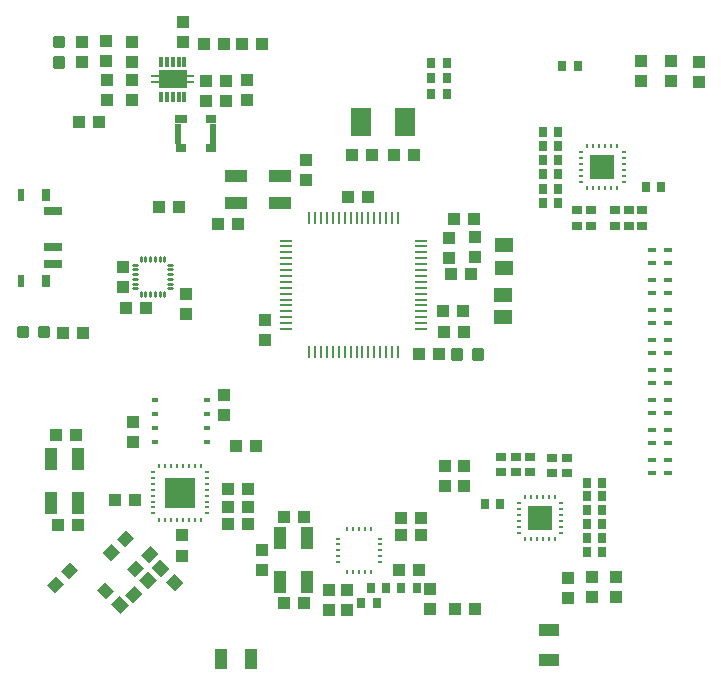
<source format=gtp>
G75*
%MOIN*%
%OFA0B0*%
%FSLAX25Y25*%
%IPPOS*%
%LPD*%
%AMOC8*
5,1,8,0,0,1.08239X$1,22.5*
%
%ADD10R,0.03937X0.04331*%
%ADD11R,0.04331X0.03937*%
%ADD12R,0.02165X0.06693*%
%ADD13R,0.03937X0.02756*%
%ADD14R,0.03740X0.02756*%
%ADD15R,0.05906X0.05118*%
%ADD16C,0.01181*%
%ADD17R,0.04331X0.01122*%
%ADD18R,0.01122X0.04331*%
%ADD19R,0.01169X0.03346*%
%ADD20R,0.02756X0.01102*%
%ADD21R,0.09448X0.06496*%
%ADD22R,0.06693X0.09449*%
%ADD23R,0.07480X0.04331*%
%ADD24R,0.03937X0.06693*%
%ADD25R,0.06693X0.03937*%
%ADD26R,0.02756X0.03543*%
%ADD27R,0.04331X0.07480*%
%ADD28R,0.02362X0.01575*%
%ADD29C,0.00906*%
%ADD30R,0.05906X0.02756*%
%ADD31R,0.02362X0.03937*%
%ADD32R,0.03150X0.03937*%
%ADD33R,0.01575X0.00984*%
%ADD34R,0.00984X0.01575*%
%ADD35R,0.10000X0.10000*%
%ADD36R,0.02953X0.01772*%
%ADD37R,0.07874X0.07874*%
%ADD38R,0.03543X0.02756*%
D10*
X0110200Y0086154D03*
X0110200Y0092846D03*
X0137000Y0088046D03*
X0137000Y0081354D03*
X0159400Y0074546D03*
X0165400Y0074546D03*
X0165400Y0067854D03*
X0159400Y0067854D03*
X0193100Y0068454D03*
X0193100Y0075146D03*
X0198100Y0109354D03*
X0204200Y0109454D03*
X0204200Y0116146D03*
X0198100Y0116046D03*
X0239000Y0078546D03*
X0239000Y0071854D03*
X0247000Y0072254D03*
X0247000Y0078946D03*
X0255000Y0078946D03*
X0255000Y0072254D03*
X0207900Y0185554D03*
X0207900Y0192246D03*
X0199400Y0192046D03*
X0199400Y0185354D03*
X0151700Y0211454D03*
X0151700Y0218146D03*
X0132100Y0237854D03*
X0132100Y0244546D03*
X0124900Y0244446D03*
X0124900Y0237754D03*
X0118200Y0237554D03*
X0118200Y0244246D03*
X0110600Y0257254D03*
X0110600Y0263946D03*
X0093500Y0257246D03*
X0093500Y0250554D03*
X0085000Y0250854D03*
X0085000Y0257546D03*
X0077000Y0257446D03*
X0077000Y0250754D03*
X0085400Y0244546D03*
X0085400Y0237854D03*
X0093500Y0238054D03*
X0093500Y0244746D03*
X0090500Y0182446D03*
X0090500Y0175754D03*
X0111500Y0173346D03*
X0111500Y0166654D03*
X0138000Y0164546D03*
X0138000Y0157854D03*
X0124200Y0139646D03*
X0124200Y0132954D03*
X0094000Y0130646D03*
X0094000Y0123954D03*
X0263200Y0244254D03*
X0273200Y0244354D03*
X0273200Y0251046D03*
X0263200Y0250946D03*
X0282500Y0250546D03*
X0282500Y0243854D03*
D11*
G36*
X0065212Y0076295D02*
X0068273Y0079356D01*
X0071056Y0076573D01*
X0067995Y0073512D01*
X0065212Y0076295D01*
G37*
G36*
X0069944Y0081027D02*
X0073005Y0084088D01*
X0075788Y0081305D01*
X0072727Y0078244D01*
X0069944Y0081027D01*
G37*
X0068954Y0096300D03*
X0075646Y0096300D03*
G36*
X0083812Y0086995D02*
X0086873Y0090056D01*
X0089656Y0087273D01*
X0086595Y0084212D01*
X0083812Y0086995D01*
G37*
G36*
X0088544Y0091727D02*
X0091605Y0094788D01*
X0094388Y0092005D01*
X0091327Y0088944D01*
X0088544Y0091727D01*
G37*
G36*
X0091912Y0081595D02*
X0094973Y0084656D01*
X0097756Y0081873D01*
X0094695Y0078812D01*
X0091912Y0081595D01*
G37*
G36*
X0101888Y0078105D02*
X0098827Y0075044D01*
X0096044Y0077827D01*
X0099105Y0080888D01*
X0101888Y0078105D01*
G37*
G36*
X0103373Y0079044D02*
X0100312Y0082105D01*
X0103095Y0084888D01*
X0106156Y0081827D01*
X0103373Y0079044D01*
G37*
G36*
X0108105Y0074312D02*
X0105044Y0077373D01*
X0107827Y0080156D01*
X0110888Y0077095D01*
X0108105Y0074312D01*
G37*
G36*
X0096644Y0086327D02*
X0099705Y0089388D01*
X0102488Y0086605D01*
X0099427Y0083544D01*
X0096644Y0086327D01*
G37*
G36*
X0097156Y0073373D02*
X0094095Y0070312D01*
X0091312Y0073095D01*
X0094373Y0076156D01*
X0097156Y0073373D01*
G37*
G36*
X0089427Y0072656D02*
X0092488Y0069595D01*
X0089705Y0066812D01*
X0086644Y0069873D01*
X0089427Y0072656D01*
G37*
G36*
X0084695Y0077388D02*
X0087756Y0074327D01*
X0084973Y0071544D01*
X0081912Y0074605D01*
X0084695Y0077388D01*
G37*
X0087954Y0104600D03*
X0094646Y0104600D03*
X0074946Y0126300D03*
X0068254Y0126300D03*
X0070554Y0160500D03*
X0077246Y0160500D03*
X0091654Y0168700D03*
X0098346Y0168700D03*
X0122354Y0196600D03*
X0129046Y0196600D03*
X0109446Y0202400D03*
X0102754Y0202400D03*
X0082646Y0230600D03*
X0075954Y0230600D03*
X0117754Y0256700D03*
X0124446Y0256700D03*
X0130154Y0256700D03*
X0136846Y0256700D03*
X0167054Y0219600D03*
X0173746Y0219600D03*
X0180954Y0219600D03*
X0187646Y0219600D03*
X0172246Y0205800D03*
X0165554Y0205800D03*
X0200854Y0198500D03*
X0207546Y0198500D03*
X0206546Y0179900D03*
X0199854Y0179900D03*
X0197454Y0167600D03*
X0204146Y0167600D03*
X0204346Y0160700D03*
X0197654Y0160700D03*
X0195846Y0153200D03*
X0189154Y0153200D03*
X0135046Y0122700D03*
X0128354Y0122700D03*
X0125754Y0108500D03*
X0125754Y0102400D03*
X0125754Y0096600D03*
X0132446Y0096600D03*
X0132446Y0102400D03*
X0132446Y0108500D03*
X0144254Y0099100D03*
X0150946Y0099100D03*
X0183154Y0098800D03*
X0183154Y0093100D03*
X0189846Y0093100D03*
X0189846Y0098800D03*
X0189246Y0081300D03*
X0182554Y0081300D03*
X0201354Y0068500D03*
X0208046Y0068500D03*
X0151046Y0070300D03*
X0144354Y0070300D03*
D12*
X0120707Y0226800D03*
X0109093Y0226800D03*
D13*
X0109979Y0231524D03*
D14*
X0109880Y0222076D03*
X0119920Y0222076D03*
X0119920Y0231524D03*
D15*
X0217500Y0189540D03*
X0217500Y0182060D03*
X0217400Y0173040D03*
X0217400Y0165560D03*
D16*
X0207575Y0154578D02*
X0207575Y0151822D01*
X0207575Y0154578D02*
X0210331Y0154578D01*
X0210331Y0151822D01*
X0207575Y0151822D01*
X0207575Y0153002D02*
X0210331Y0153002D01*
X0210331Y0154182D02*
X0207575Y0154182D01*
X0200669Y0154578D02*
X0200669Y0151822D01*
X0200669Y0154578D02*
X0203425Y0154578D01*
X0203425Y0151822D01*
X0200669Y0151822D01*
X0200669Y0153002D02*
X0203425Y0153002D01*
X0203425Y0154182D02*
X0200669Y0154182D01*
X0070578Y0251925D02*
X0067822Y0251925D01*
X0070578Y0251925D02*
X0070578Y0249169D01*
X0067822Y0249169D01*
X0067822Y0251925D01*
X0067822Y0250349D02*
X0070578Y0250349D01*
X0070578Y0251529D02*
X0067822Y0251529D01*
X0067822Y0258831D02*
X0070578Y0258831D01*
X0070578Y0256075D01*
X0067822Y0256075D01*
X0067822Y0258831D01*
X0067822Y0257255D02*
X0070578Y0257255D01*
X0070578Y0258435D02*
X0067822Y0258435D01*
X0065631Y0162078D02*
X0065631Y0159322D01*
X0062875Y0159322D01*
X0062875Y0162078D01*
X0065631Y0162078D01*
X0065631Y0160502D02*
X0062875Y0160502D01*
X0062875Y0161682D02*
X0065631Y0161682D01*
X0058725Y0162078D02*
X0058725Y0159322D01*
X0055969Y0159322D01*
X0055969Y0162078D01*
X0058725Y0162078D01*
X0058725Y0160502D02*
X0055969Y0160502D01*
X0055969Y0161682D02*
X0058725Y0161682D01*
D17*
X0145059Y0161636D03*
X0145059Y0163605D03*
X0145059Y0165573D03*
X0145059Y0167542D03*
X0145059Y0169510D03*
X0145059Y0171479D03*
X0145059Y0173447D03*
X0145059Y0175416D03*
X0145059Y0177384D03*
X0145059Y0179353D03*
X0145059Y0181321D03*
X0145059Y0183290D03*
X0145059Y0185258D03*
X0145059Y0187227D03*
X0145059Y0189195D03*
X0145059Y0191164D03*
X0189941Y0191164D03*
X0189941Y0189195D03*
X0189941Y0187227D03*
X0189941Y0185258D03*
X0189941Y0183290D03*
X0189941Y0181321D03*
X0189941Y0179353D03*
X0189941Y0177384D03*
X0189941Y0175416D03*
X0189941Y0173447D03*
X0189941Y0171479D03*
X0189941Y0169510D03*
X0189941Y0167542D03*
X0189941Y0165573D03*
X0189941Y0163605D03*
X0189941Y0161636D03*
D18*
X0182264Y0153959D03*
X0180295Y0153959D03*
X0178327Y0153959D03*
X0176358Y0153959D03*
X0174390Y0153959D03*
X0172421Y0153959D03*
X0170453Y0153959D03*
X0168484Y0153959D03*
X0166516Y0153959D03*
X0164547Y0153959D03*
X0162579Y0153959D03*
X0160610Y0153959D03*
X0158642Y0153959D03*
X0156673Y0153959D03*
X0154705Y0153959D03*
X0152736Y0153959D03*
X0152736Y0198841D03*
X0154705Y0198841D03*
X0156673Y0198841D03*
X0158642Y0198841D03*
X0160610Y0198841D03*
X0162579Y0198841D03*
X0164547Y0198841D03*
X0166516Y0198841D03*
X0168484Y0198841D03*
X0170453Y0198841D03*
X0172421Y0198841D03*
X0174390Y0198841D03*
X0176358Y0198841D03*
X0178327Y0198841D03*
X0180295Y0198841D03*
X0182264Y0198841D03*
D19*
X0111137Y0239093D03*
X0109169Y0239093D03*
X0107200Y0239093D03*
X0105231Y0239093D03*
X0103263Y0239093D03*
X0103263Y0250707D03*
X0105231Y0250707D03*
X0107200Y0250707D03*
X0109169Y0250707D03*
X0111137Y0250707D03*
D20*
X0113106Y0245884D03*
X0113106Y0243916D03*
X0101294Y0243916D03*
X0101294Y0245884D03*
D21*
X0107200Y0244900D03*
D22*
X0170117Y0230600D03*
X0184683Y0230600D03*
D23*
X0142983Y0212628D03*
X0142983Y0203572D03*
X0128417Y0203572D03*
X0128417Y0212628D03*
D24*
X0133321Y0051800D03*
X0123479Y0051800D03*
D25*
X0232600Y0051479D03*
X0232600Y0061321D03*
D26*
X0245241Y0087400D03*
X0245241Y0092100D03*
X0245241Y0096800D03*
X0245241Y0101400D03*
X0245241Y0106000D03*
X0245241Y0110500D03*
X0250359Y0110500D03*
X0250359Y0106000D03*
X0250359Y0101400D03*
X0250359Y0096800D03*
X0250359Y0092100D03*
X0250359Y0087400D03*
X0216459Y0103500D03*
X0211341Y0103500D03*
X0188559Y0075200D03*
X0183441Y0075200D03*
X0178459Y0075200D03*
X0173341Y0075200D03*
X0175259Y0070400D03*
X0170141Y0070400D03*
X0230641Y0203600D03*
X0230641Y0208400D03*
X0230641Y0213200D03*
X0230641Y0217900D03*
X0230541Y0222700D03*
X0230541Y0227300D03*
X0235659Y0227300D03*
X0235659Y0222700D03*
X0235759Y0217900D03*
X0235759Y0213200D03*
X0235759Y0208400D03*
X0235759Y0203600D03*
X0264941Y0209000D03*
X0270059Y0209000D03*
X0242159Y0249200D03*
X0237041Y0249200D03*
X0198559Y0250500D03*
X0198559Y0245400D03*
X0193441Y0245400D03*
X0193441Y0250500D03*
X0193441Y0239900D03*
X0198559Y0239900D03*
D27*
X0075628Y0118183D03*
X0066572Y0118183D03*
X0066572Y0103617D03*
X0075628Y0103617D03*
X0143072Y0091883D03*
X0152128Y0091883D03*
X0152128Y0077317D03*
X0143072Y0077317D03*
D28*
X0118561Y0123913D03*
X0118561Y0128638D03*
X0118561Y0133362D03*
X0118561Y0138087D03*
X0101239Y0138087D03*
X0101239Y0133362D03*
X0101239Y0128638D03*
X0101239Y0123913D03*
D29*
X0101287Y0172566D02*
X0101287Y0174022D01*
X0099713Y0174022D02*
X0099713Y0172566D01*
X0098138Y0172566D02*
X0098138Y0174022D01*
X0096563Y0174022D02*
X0096563Y0172566D01*
X0095322Y0175263D02*
X0093866Y0175263D01*
X0093866Y0176838D02*
X0095322Y0176838D01*
X0095322Y0178413D02*
X0093866Y0178413D01*
X0093866Y0179987D02*
X0095322Y0179987D01*
X0095322Y0181562D02*
X0093866Y0181562D01*
X0093866Y0183137D02*
X0095322Y0183137D01*
X0096563Y0184378D02*
X0096563Y0185834D01*
X0098138Y0185834D02*
X0098138Y0184378D01*
X0099713Y0184378D02*
X0099713Y0185834D01*
X0101287Y0185834D02*
X0101287Y0184378D01*
X0102862Y0184378D02*
X0102862Y0185834D01*
X0104437Y0185834D02*
X0104437Y0184378D01*
X0105678Y0183137D02*
X0107134Y0183137D01*
X0107134Y0181562D02*
X0105678Y0181562D01*
X0105678Y0179987D02*
X0107134Y0179987D01*
X0107134Y0178413D02*
X0105678Y0178413D01*
X0105678Y0176838D02*
X0107134Y0176838D01*
X0107134Y0175263D02*
X0105678Y0175263D01*
X0104437Y0174022D02*
X0104437Y0172566D01*
X0102862Y0172566D02*
X0102862Y0174022D01*
D30*
X0067390Y0183242D03*
X0067390Y0189147D03*
X0067390Y0200958D03*
D31*
X0056563Y0206470D03*
X0056563Y0177730D03*
D32*
X0064831Y0177730D03*
X0064831Y0206470D03*
D33*
X0100545Y0113990D03*
X0100545Y0112021D03*
X0100545Y0110053D03*
X0100545Y0108084D03*
X0100545Y0106116D03*
X0100545Y0104147D03*
X0100545Y0102179D03*
X0100545Y0100210D03*
X0118655Y0100210D03*
X0118655Y0102179D03*
X0118655Y0104147D03*
X0118655Y0106116D03*
X0118655Y0108084D03*
X0118655Y0110053D03*
X0118655Y0112021D03*
X0118655Y0113990D03*
X0162213Y0091837D03*
X0162213Y0089869D03*
X0162213Y0087900D03*
X0162213Y0085931D03*
X0162213Y0083963D03*
X0176387Y0083963D03*
X0176387Y0085931D03*
X0176387Y0087900D03*
X0176387Y0089869D03*
X0176387Y0091837D03*
X0222613Y0093679D03*
X0222613Y0095647D03*
X0222613Y0097616D03*
X0222613Y0099584D03*
X0222613Y0101553D03*
X0222613Y0103521D03*
X0236787Y0103521D03*
X0236787Y0101553D03*
X0236787Y0099584D03*
X0236787Y0097616D03*
X0236787Y0095647D03*
X0236787Y0093679D03*
X0243313Y0210679D03*
X0243313Y0212647D03*
X0243313Y0214616D03*
X0243313Y0216584D03*
X0243313Y0218553D03*
X0243313Y0220521D03*
X0257487Y0220521D03*
X0257487Y0218553D03*
X0257487Y0216584D03*
X0257487Y0214616D03*
X0257487Y0212647D03*
X0257487Y0210679D03*
D34*
X0255321Y0208513D03*
X0253353Y0208513D03*
X0251384Y0208513D03*
X0249416Y0208513D03*
X0247447Y0208513D03*
X0245479Y0208513D03*
X0245479Y0222687D03*
X0247447Y0222687D03*
X0249416Y0222687D03*
X0251384Y0222687D03*
X0253353Y0222687D03*
X0255321Y0222687D03*
X0234621Y0105687D03*
X0232653Y0105687D03*
X0230684Y0105687D03*
X0228716Y0105687D03*
X0226747Y0105687D03*
X0224779Y0105687D03*
X0224779Y0091513D03*
X0226747Y0091513D03*
X0228716Y0091513D03*
X0230684Y0091513D03*
X0232653Y0091513D03*
X0234621Y0091513D03*
X0173237Y0094987D03*
X0171269Y0094987D03*
X0169300Y0094987D03*
X0167331Y0094987D03*
X0165363Y0094987D03*
X0165363Y0080813D03*
X0167331Y0080813D03*
X0169300Y0080813D03*
X0171269Y0080813D03*
X0173237Y0080813D03*
X0116490Y0098045D03*
X0114521Y0098045D03*
X0112553Y0098045D03*
X0110584Y0098045D03*
X0108616Y0098045D03*
X0106647Y0098045D03*
X0104679Y0098045D03*
X0102710Y0098045D03*
X0102710Y0116155D03*
X0104679Y0116155D03*
X0106647Y0116155D03*
X0108616Y0116155D03*
X0110584Y0116155D03*
X0112553Y0116155D03*
X0114521Y0116155D03*
X0116490Y0116155D03*
D35*
X0109600Y0107100D03*
D36*
X0267023Y0113517D03*
X0267023Y0118083D03*
X0272377Y0118083D03*
X0272377Y0113556D03*
X0272377Y0113517D03*
X0272377Y0123517D03*
X0272377Y0123556D03*
X0272377Y0128083D03*
X0267023Y0128083D03*
X0267023Y0123517D03*
X0267023Y0133517D03*
X0267023Y0138083D03*
X0272377Y0138083D03*
X0272377Y0133556D03*
X0272377Y0133517D03*
X0272377Y0143517D03*
X0272377Y0143556D03*
X0272377Y0148083D03*
X0267023Y0148083D03*
X0267023Y0143517D03*
X0266923Y0153517D03*
X0266923Y0158083D03*
X0272277Y0158083D03*
X0272277Y0153556D03*
X0272277Y0153517D03*
X0272377Y0163517D03*
X0272377Y0163556D03*
X0272377Y0168083D03*
X0267023Y0168083D03*
X0267023Y0163517D03*
X0267023Y0173517D03*
X0267023Y0178083D03*
X0272377Y0178083D03*
X0272377Y0173556D03*
X0272377Y0173517D03*
X0272377Y0183517D03*
X0272377Y0183556D03*
X0272377Y0188083D03*
X0267023Y0188083D03*
X0267023Y0183517D03*
D37*
X0250400Y0215600D03*
X0229700Y0098600D03*
D38*
X0233800Y0113541D03*
X0238500Y0113541D03*
X0238500Y0118659D03*
X0233800Y0118659D03*
X0226200Y0119159D03*
X0221500Y0119159D03*
X0216800Y0119159D03*
X0216800Y0114041D03*
X0221500Y0114041D03*
X0226200Y0114041D03*
X0242100Y0196141D03*
X0246800Y0196141D03*
X0246800Y0201259D03*
X0242100Y0201259D03*
X0254600Y0201259D03*
X0259200Y0201259D03*
X0263800Y0201259D03*
X0263800Y0196141D03*
X0259200Y0196141D03*
X0254600Y0196141D03*
M02*

</source>
